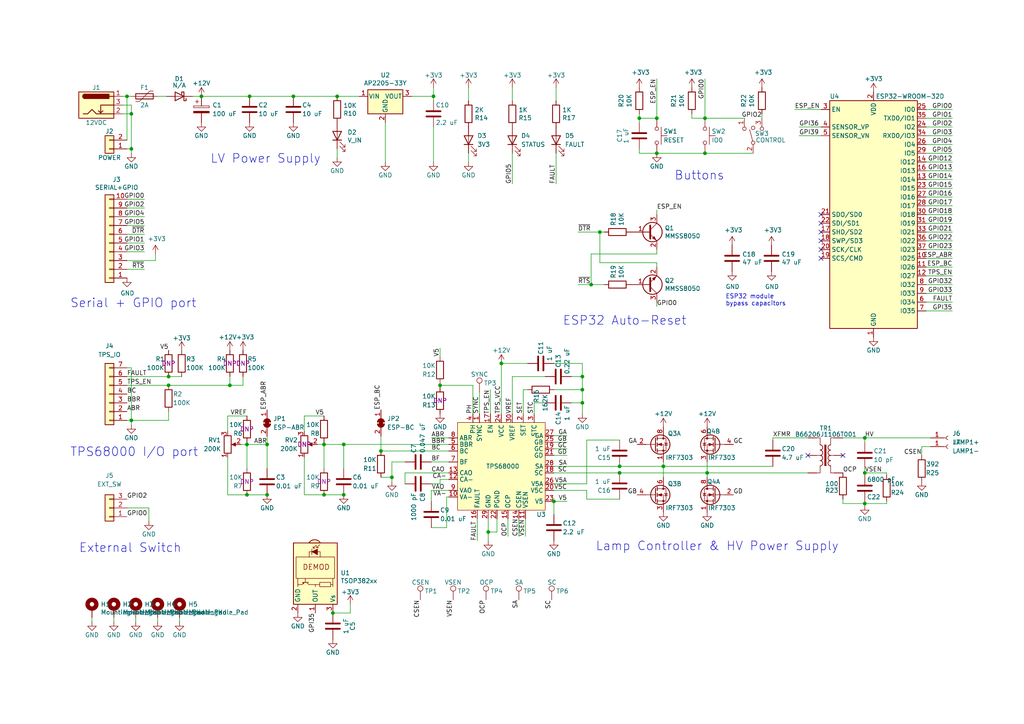
<source format=kicad_sch>
(kicad_sch (version 20211123) (generator eeschema)
  (paper "A4")
  (junction (at 141.605 154.305))
  (junction (at 48.895 111.76))
  (junction (at 38.1 121.92))
  (junction (at 97.79 27.94))
  (junction (at 168.91 113.03))
  (junction (at 110.49 130.81))
  (junction (at 66.675 111.76))
  (junction (at 99.695 128.905))
  (junction (at 168.91 109.22))
  (junction (at 192.405 135.255))
  (junction (at 179.705 135.255))
  (junction (at 38.1 33.02))
  (junction (at 160.655 145.415))
  (junction (at 190.5 44.45))
  (junction (at 77.47 143.5244))
  (junction (at 72.39 27.94))
  (junction (at 205.105 137.16))
  (junction (at 71.628 128.9194))
  (junction (at 250.825 146.05))
  (junction (at 85.09 27.94))
  (junction (at 96.54 177.7999))
  (junction (at 125.73 27.94))
  (junction (at 127.635 111.76))
  (junction (at 190.5 34.29))
  (junction (at 179.705 137.16))
  (junction (at 113.665 138.43))
  (junction (at 93.98 143.51))
  (junction (at 171.45 82.55))
  (junction (at 204.47 34.29))
  (junction (at 173.99 67.31))
  (junction (at 204.47 44.45))
  (junction (at 71.628 143.5244))
  (junction (at 77.47 128.9194))
  (junction (at 185.42 34.29))
  (junction (at 250.825 127))
  (junction (at 93.98 128.905))
  (junction (at 58.42 27.94))
  (junction (at 99.695 143.51))
  (junction (at 38.1 43.18))
  (junction (at 48.895 109.22))
  (junction (at 36.83 27.94))
  (junction (at 168.91 116.84))
  (junction (at 250.825 137.16))
  (junction (at 145.415 105.41))
  (no_connect (at 244.475 132.08))
  (no_connect (at 234.315 132.08))
  (no_connect (at 238.125 62.23))
  (no_connect (at 238.125 64.77))
  (no_connect (at 238.125 67.31))
  (no_connect (at 238.125 69.85))
  (no_connect (at 238.125 74.93))
  (no_connect (at 238.125 72.39))
  (wire (pts (xy 35.56 27.94) (xy 36.83 27.94)))
  (wire (pts (xy 93.98 143.51) (xy 88.265 143.51)))
  (wire (pts (xy 200.66 33.02) (xy 200.66 34.29)))
  (wire (pts (xy 161.29 25.4) (xy 161.29 29.21)))
  (wire (pts (xy 257.175 146.05) (xy 250.825 146.05)))
  (wire (pts (xy 33.02 180.34) (xy 33.02 179.07)))
  (wire (pts (xy 113.665 133.985) (xy 113.665 138.43)))
  (wire (pts (xy 138.43 150.495) (xy 138.43 156.845)))
  (wire (pts (xy 276.225 69.85) (xy 268.605 69.85)))
  (wire (pts (xy 35.56 33.02) (xy 38.1 33.02)))
  (wire (pts (xy 99.695 135.89) (xy 99.695 128.905)))
  (wire (pts (xy 36.83 75.565) (xy 45.085 75.565)))
  (wire (pts (xy 167.64 67.31) (xy 173.99 67.31)))
  (wire (pts (xy 36.83 62.865) (xy 41.91 62.865)))
  (wire (pts (xy 77.47 126.4972) (xy 77.47 128.9194)))
  (wire (pts (xy 26.67 180.34) (xy 26.67 179.07)))
  (wire (pts (xy 119.38 27.94) (xy 125.73 27.94)))
  (wire (pts (xy 99.695 128.905) (xy 93.98 128.905)))
  (wire (pts (xy 139.065 113.665) (xy 139.065 120.015)))
  (wire (pts (xy 93.98 120.65) (xy 88.265 120.65)))
  (wire (pts (xy 244.475 144.78) (xy 244.475 146.05)))
  (wire (pts (xy 190.5 22.86) (xy 190.5 34.29)))
  (wire (pts (xy 268.605 44.45) (xy 276.225 44.45)))
  (wire (pts (xy 185.42 44.45) (xy 185.42 43.18)))
  (wire (pts (xy 142.24 113.03) (xy 142.24 120.015)))
  (wire (pts (xy 190.5 60.96) (xy 190.5 62.23)))
  (wire (pts (xy 110.49 126.492) (xy 110.49 130.81)))
  (wire (pts (xy 154.94 116.84) (xy 154.94 120.015)))
  (wire (pts (xy 268.605 52.07) (xy 276.225 52.07)))
  (wire (pts (xy 45.72 27.94) (xy 48.26 27.94)))
  (wire (pts (xy 244.475 146.05) (xy 250.825 146.05)))
  (wire (pts (xy 268.605 90.17) (xy 276.225 90.17)))
  (wire (pts (xy 224.155 127) (xy 234.315 127)))
  (wire (pts (xy 250.825 137.16) (xy 250.825 137.795)))
  (wire (pts (xy 160.655 113.03) (xy 168.91 113.03)))
  (wire (pts (xy 144.145 154.305) (xy 141.605 154.305)))
  (wire (pts (xy 150.495 150.495) (xy 150.495 155.575)))
  (wire (pts (xy 190.5 73.66) (xy 171.45 73.66)))
  (wire (pts (xy 160.655 105.41) (xy 168.91 105.41)))
  (wire (pts (xy 268.605 67.31) (xy 276.225 67.31)))
  (wire (pts (xy 190.5 87.63) (xy 190.5 88.9)))
  (wire (pts (xy 173.99 67.31) (xy 175.26 67.31)))
  (wire (pts (xy 36.83 78.105) (xy 41.91 78.105)))
  (wire (pts (xy 170.18 140.335) (xy 170.18 127.635)))
  (wire (pts (xy 129.54 153.035) (xy 129.54 144.145)))
  (wire (pts (xy 160.655 132.08) (xy 164.465 132.08)))
  (wire (pts (xy 192.405 135.255) (xy 224.155 135.255)))
  (wire (pts (xy 72.39 27.94) (xy 85.09 27.94)))
  (wire (pts (xy 165.735 109.22) (xy 168.91 109.22)))
  (wire (pts (xy 160.655 126.365) (xy 164.465 126.365)))
  (wire (pts (xy 276.225 49.53) (xy 268.605 49.53)))
  (wire (pts (xy 276.225 85.09) (xy 268.605 85.09)))
  (wire (pts (xy 160.655 145.415) (xy 160.655 149.225)))
  (wire (pts (xy 71.628 143.5244) (xy 77.47 143.5244)))
  (wire (pts (xy 173.99 76.2) (xy 173.99 67.31)))
  (wire (pts (xy 110.49 130.81) (xy 130.175 130.81)))
  (wire (pts (xy 257.175 137.795) (xy 257.175 137.16)))
  (wire (pts (xy 190.5 77.47) (xy 190.5 76.2)))
  (wire (pts (xy 71.628 128.9194) (xy 71.628 135.9044)))
  (wire (pts (xy 190.5 44.45) (xy 185.42 44.45)))
  (wire (pts (xy 111.76 35.56) (xy 111.76 46.99)))
  (wire (pts (xy 192.405 135.255) (xy 192.405 138.43)))
  (wire (pts (xy 168.91 116.84) (xy 165.735 116.84)))
  (wire (pts (xy 204.47 22.86) (xy 204.47 34.29)))
  (wire (pts (xy 137.16 120.015) (xy 137.16 111.76)))
  (wire (pts (xy 276.225 64.77) (xy 268.605 64.77)))
  (wire (pts (xy 36.83 67.945) (xy 41.91 67.945)))
  (wire (pts (xy 85.09 27.94) (xy 97.79 27.94)))
  (wire (pts (xy 179.705 137.16) (xy 205.105 137.16)))
  (wire (pts (xy 205.105 133.985) (xy 205.105 137.16)))
  (wire (pts (xy 45.085 75.565) (xy 45.085 73.66)))
  (wire (pts (xy 38.1 121.92) (xy 38.1 123.19)))
  (wire (pts (xy 185.42 34.29) (xy 190.5 34.29)))
  (wire (pts (xy 148.59 44.45) (xy 148.59 53.34)))
  (wire (pts (xy 160.655 137.16) (xy 179.705 137.16)))
  (wire (pts (xy 148.59 120.015) (xy 148.59 109.22)))
  (wire (pts (xy 268.605 62.23) (xy 276.225 62.23)))
  (wire (pts (xy 268.605 31.75) (xy 276.225 31.75)))
  (wire (pts (xy 276.225 54.61) (xy 268.605 54.61)))
  (wire (pts (xy 48.895 109.22) (xy 52.705 109.22)))
  (wire (pts (xy 268.605 57.15) (xy 276.225 57.15)))
  (wire (pts (xy 69.85 128.9194) (xy 71.628 128.9194)))
  (wire (pts (xy 231.775 39.37) (xy 238.125 39.37)))
  (wire (pts (xy 158.115 116.84) (xy 154.94 116.84)))
  (wire (pts (xy 276.225 59.69) (xy 268.605 59.69)))
  (wire (pts (xy 170.18 144.78) (xy 179.705 144.78)))
  (wire (pts (xy 127.635 111.125) (xy 127.635 111.76)))
  (wire (pts (xy 77.47 128.9194) (xy 77.47 135.9044)))
  (wire (pts (xy 205.105 137.16) (xy 205.105 138.43)))
  (wire (pts (xy 113.665 133.985) (xy 117.475 133.985)))
  (wire (pts (xy 97.79 27.94) (xy 104.14 27.94)))
  (wire (pts (xy 151.765 113.03) (xy 153.035 113.03)))
  (wire (pts (xy 148.59 109.22) (xy 158.115 109.22)))
  (wire (pts (xy 110.49 138.43) (xy 113.665 138.43)))
  (wire (pts (xy 231.775 36.83) (xy 238.125 36.83)))
  (wire (pts (xy 268.605 46.99) (xy 276.225 46.99)))
  (wire (pts (xy 268.605 82.55) (xy 276.225 82.55)))
  (wire (pts (xy 276.225 34.29) (xy 268.605 34.29)))
  (wire (pts (xy 171.45 73.66) (xy 171.45 82.55)))
  (wire (pts (xy 55.88 27.94) (xy 58.42 27.94)))
  (wire (pts (xy 70.485 111.76) (xy 70.485 109.22)))
  (wire (pts (xy 160.655 128.27) (xy 164.465 128.27)))
  (wire (pts (xy 151.765 120.015) (xy 151.765 113.03)))
  (wire (pts (xy 39.37 180.34) (xy 39.37 179.07)))
  (wire (pts (xy 269.875 129.54) (xy 267.335 129.54)))
  (wire (pts (xy 66.675 111.76) (xy 70.485 111.76)))
  (wire (pts (xy 38.1 44.45) (xy 38.1 43.18)))
  (wire (pts (xy 88.265 143.51) (xy 88.265 132.715)))
  (wire (pts (xy 205.105 137.16) (xy 234.315 137.16)))
  (wire (pts (xy 125.095 140.335) (xy 127.635 140.335)))
  (wire (pts (xy 185.42 33.02) (xy 185.42 34.29)))
  (wire (pts (xy 117.475 137.16) (xy 117.475 140.335)))
  (wire (pts (xy 179.705 135.255) (xy 192.405 135.255)))
  (wire (pts (xy 130.175 142.24) (xy 125.095 142.24)))
  (wire (pts (xy 41.91 60.325) (xy 36.83 60.325)))
  (wire (pts (xy 250.825 127) (xy 250.825 128.27)))
  (wire (pts (xy 36.83 70.485) (xy 41.91 70.485)))
  (wire (pts (xy 127.635 111.76) (xy 127.635 112.395)))
  (wire (pts (xy 257.175 137.16) (xy 250.825 137.16)))
  (wire (pts (xy 36.83 109.22) (xy 48.895 109.22)))
  (wire (pts (xy 250.825 135.89) (xy 250.825 137.16)))
  (wire (pts (xy 36.83 111.76) (xy 48.895 111.76)))
  (wire (pts (xy 224.155 127) (xy 224.155 127.635)))
  (wire (pts (xy 43.18 147.32) (xy 43.18 151.13)))
  (wire (pts (xy 161.29 44.45) (xy 161.29 53.34)))
  (wire (pts (xy 141.605 150.495) (xy 141.605 154.305)))
  (wire (pts (xy 36.83 147.32) (xy 43.18 147.32)))
  (wire (pts (xy 250.825 145.415) (xy 250.825 146.05)))
  (wire (pts (xy 66.04 125.1094) (xy 66.04 120.65)))
  (wire (pts (xy 66.675 109.22) (xy 66.675 111.76)))
  (wire (pts (xy 125.095 133.985) (xy 130.175 133.985)))
  (wire (pts (xy 125.73 46.99) (xy 125.73 36.83)))
  (wire (pts (xy 230.505 31.75) (xy 238.125 31.75)))
  (wire (pts (xy 145.415 120.015) (xy 145.415 105.41)))
  (wire (pts (xy 141.605 154.305) (xy 141.605 156.845)))
  (wire (pts (xy 38.1 43.18) (xy 38.1 33.02)))
  (wire (pts (xy 36.83 27.94) (xy 36.83 40.64)))
  (wire (pts (xy 276.225 80.01) (xy 268.605 80.01)))
  (wire (pts (xy 148.59 25.4) (xy 148.59 29.21)))
  (wire (pts (xy 276.225 74.93) (xy 268.605 74.93)))
  (wire (pts (xy 125.73 29.21) (xy 125.73 27.94)))
  (wire (pts (xy 170.18 127.635) (xy 179.705 127.635)))
  (wire (pts (xy 170.18 142.24) (xy 170.18 144.78)))
  (wire (pts (xy 204.47 44.45) (xy 190.5 44.45)))
  (wire (pts (xy 36.83 57.785) (xy 41.91 57.785)))
  (wire (pts (xy 160.655 142.24) (xy 170.18 142.24)))
  (wire (pts (xy 125.095 127) (xy 130.175 127)))
  (wire (pts (xy 38.1 106.68) (xy 38.1 121.92)))
  (wire (pts (xy 276.225 39.37) (xy 268.605 39.37)))
  (wire (pts (xy 268.605 72.39) (xy 276.225 72.39)))
  (wire (pts (xy 268.605 77.47) (xy 276.225 77.47)))
  (wire (pts (xy 268.605 87.63) (xy 276.225 87.63)))
  (wire (pts (xy 38.1 33.02) (xy 38.1 30.48)))
  (wire (pts (xy 48.895 111.76) (xy 66.675 111.76)))
  (wire (pts (xy 147.32 150.495) (xy 147.32 155.575)))
  (wire (pts (xy 113.665 138.43) (xy 113.665 139.7)))
  (wire (pts (xy 45.72 180.34) (xy 45.72 179.07)))
  (wire (pts (xy 36.83 27.94) (xy 38.1 27.94)))
  (wire (pts (xy 93.98 128.905) (xy 93.98 135.89)))
  (wire (pts (xy 168.91 109.22) (xy 168.91 113.03)))
  (wire (pts (xy 92.075 128.905) (xy 93.98 128.905)))
  (wire (pts (xy 135.89 46.99) (xy 135.89 44.45)))
  (wire (pts (xy 127.635 100.965) (xy 127.635 103.505)))
  (wire (pts (xy 36.83 43.18) (xy 38.1 43.18)))
  (wire (pts (xy 160.655 135.255) (xy 179.705 135.255)))
  (wire (pts (xy 267.335 129.54) (xy 267.335 132.08)))
  (wire (pts (xy 35.56 30.48) (xy 38.1 30.48)))
  (wire (pts (xy 101.5999 177.7999) (xy 101.5999 175.26)))
  (wire (pts (xy 96.54 177.7999) (xy 101.5999 177.7999)))
  (wire (pts (xy 71.628 128.9194) (xy 77.47 128.9194)))
  (wire (pts (xy 48.895 121.92) (xy 38.1 121.92)))
  (wire (pts (xy 268.605 41.91) (xy 276.225 41.91)))
  (wire (pts (xy 125.73 25.4) (xy 125.73 27.94)))
  (wire (pts (xy 93.98 128.905) (xy 93.98 128.27)))
  (wire (pts (xy 204.47 34.29) (xy 215.9 34.29)))
  (wire (pts (xy 127.635 140.335) (xy 127.635 139.065)))
  (wire (pts (xy 168.91 120.015) (xy 168.91 116.84)))
  (wire (pts (xy 160.655 130.175) (xy 164.465 130.175)))
  (wire (pts (xy 99.695 128.905) (xy 130.175 128.905)))
  (wire (pts (xy 257.175 145.415) (xy 257.175 146.05)))
  (wire (pts (xy 185.42 34.29) (xy 185.42 35.56)))
  (wire (pts (xy 167.64 82.55) (xy 171.45 82.55)))
  (wire (pts (xy 127.635 139.065) (xy 130.175 139.065)))
  (wire (pts (xy 160.655 140.335) (xy 170.18 140.335)))
  (wire (pts (xy 160.655 145.415) (xy 164.465 145.415)))
  (wire (pts (xy 171.45 82.55) (xy 175.26 82.55)))
  (wire (pts (xy 129.54 144.145) (xy 130.175 144.145)))
  (wire (pts (xy 130.175 137.16) (xy 117.475 137.16)))
  (wire (pts (xy 220.98 33.02) (xy 220.98 34.29)))
  (wire (pts (xy 97.79 43.18) (xy 97.79 45.72)))
  (wire (pts (xy 250.825 146.05) (xy 250.825 146.685)))
  (wire (pts (xy 190.5 72.39) (xy 190.5 73.66)))
  (wire (pts (xy 200.66 34.29) (xy 204.47 34.29)))
  (wire (pts (xy 250.825 127) (xy 269.875 127)))
  (wire (pts (xy 152.4 150.495) (xy 152.4 155.575)))
  (wire (pts (xy 168.91 113.03) (xy 168.91 116.84)))
  (wire (pts (xy 52.07 180.34) (xy 52.07 179.07)))
  (wire (pts (xy 268.605 36.83) (xy 276.225 36.83)))
  (wire (pts (xy 192.405 133.985) (xy 192.405 135.255)))
  (wire (pts (xy 144.145 150.495) (xy 144.145 154.305)))
  (wire (pts (xy 125.095 142.24) (xy 125.095 145.415)))
  (wire (pts (xy 71.628 143.5244) (xy 66.04 143.5244)))
  (wire (pts (xy 58.42 27.94) (xy 72.39 27.94)))
  (wire (pts (xy 190.5 76.2) (xy 173.99 76.2)))
  (wire (pts (xy 218.44 44.45) (xy 204.47 44.45)))
  (wire (pts (xy 66.04 143.5244) (xy 66.04 132.7294)))
  (wire (pts (xy 41.91 73.025) (xy 36.83 73.025)))
  (wire (pts (xy 135.89 25.4) (xy 135.89 29.21)))
  (wire (pts (xy 41.91 65.405) (xy 36.83 65.405)))
  (wire (pts (xy 137.16 111.76) (xy 127.635 111.76)))
  (wire (pts (xy 66.04 120.65) (xy 71.628 120.65)))
  (wire (pts (xy 36.83 106.68) (xy 38.1 106.68)))
  (wire (pts (xy 71.628 128.9194) (xy 71.628 128.27)))
  (wire (pts (xy 145.415 105.41) (xy 153.035 105.41)))
  (wire (pts (xy 48.895 119.38) (xy 48.895 121.92)))
  (wire (pts (xy 125.095 153.035) (xy 129.54 153.035)))
  (wire (pts (xy 36.83 121.92) (xy 38.1 121.92)))
  (wire (pts (xy 88.265 120.65) (xy 88.265 125.095)))
  (wire (pts (xy 244.475 127) (xy 250.825 127)))
  (wire (pts (xy 93.98 143.51) (xy 99.695 143.51)))
  (wire (pts (xy 168.91 105.41) (xy 168.91 109.22)))
  (text "ESP32 module\nbypass capacitors" (at 210.439 88.9 0) (effects (font (size 1.27 1.27)) (justify left bottom)))
  (text "Lamp Controller & HV Power Supply" (at 172.72 160.02 0) (effects (font (size 2.54 2.54)) (justify left bottom)))
  (text "TPS68000 I/O port" (at 20.32 132.715 0) (effects (font (size 2.54 2.54)) (justify left bottom)))
  (text "Serial + GPIO port" (at 20.32 89.535 0) (effects (font (size 2.54 2.54)) (justify left bottom)))
  (text "ESP32 Auto-Reset" (at 163.195 94.615 0) (effects (font (size 2.54 2.54)) (justify left bottom)))
  (text "LV Power Supply" (at 60.96 47.625 0) (effects (font (size 2.54 2.54)) (justify left bottom)))
  (text "Buttons" (at 195.58 52.5043 0) (effects (font (size 2.54 2.54)) (justify left bottom)))
  (text "External Switch" (at 22.86 160.528 0) (effects (font (size 2.54 2.54)) (justify left bottom)))
  (label "GPIO5" (at 148.59 53.34 90))
  (label "GB" (at 164.465 128.27 180))
  (label "ESP_EN" (at 190.5 22.86 270))
  (label "GPIO5" (at 41.91 65.405 180))
  (label "BF" (at 125.095 133.985 0))
  (label "GPIO32" (at 276.225 82.55 180))
  (label "GPIO3" (at 276.225 39.37 180))
  (label "GA" (at 184.785 128.905 180))
  (label "SA" (at 164.465 135.255 180))
  (label "ESP_ABR" (at 276.225 74.93 180))
  (label "GPIO19" (at 276.225 64.77 180))
  (label "ESP_EN" (at 190.5 60.96 0))
  (label "BBR" (at 125.095 128.905 0))
  (label "ESP_ABR" (at 77.47 118.8772 90))
  (label "SC" (at 160.02 173.99 270))
  (label "OCP" (at 140.97 173.99 270))
  (label "GPIO0" (at 36.83 149.86 0))
  (label "GPIO0" (at 41.91 57.785 180))
  (label "FAULT" (at 276.225 87.63 180))
  (label "GC" (at 212.725 128.905 0))
  (label "GPIO17" (at 276.225 59.69 180))
  (label "GPIO1" (at 276.225 34.29 180))
  (label "VREF" (at 148.59 120.015 90))
  (label "CA-" (at 129.54 139.065 180))
  (label "GC" (at 164.465 130.175 180))
  (label "VSEN" (at 152.4 155.575 90))
  (label "CSEN" (at 121.92 173.99 270))
  (label "V5A" (at 164.465 140.335 180))
  (label "GPIO15" (at 276.225 54.61 180))
  (label "FAULT" (at 36.83 109.22 0))
  (label "ESP_EN" (at 230.505 31.75 0))
  (label "GA" (at 164.465 126.365 180))
  (label "GPIO33" (at 276.225 85.09 180))
  (label "BC" (at 36.83 114.3 0))
  (label "V5" (at 93.9799 120.65 180))
  (label "GPIO22" (at 276.225 69.85 180))
  (label "GPIO4" (at 276.225 41.91 180))
  (label "OCP" (at 244.475 137.16 0))
  (label "~{DTR}" (at 41.91 67.945 180))
  (label "FAULT" (at 138.43 156.845 90))
  (label "ABR" (at 125.095 127 0))
  (label "STC" (at 154.94 120.015 90))
  (label "GPI35" (at 276.225 90.17 180))
  (label "ESP_BC" (at 110.49 118.872 90))
  (label "CSEN" (at 267.335 132.08 180))
  (label "ESP_BC" (at 276.225 77.47 180))
  (label "GPI36" (at 231.775 36.83 0))
  (label "GPIO0" (at 276.225 31.75 180))
  (label "V5" (at 127.635 100.965 270))
  (label "GPIO2" (at 220.98 34.29 180))
  (label "GD" (at 164.465 132.08 180))
  (label "GD" (at 212.725 143.51 0))
  (label "GPIO0" (at 204.47 22.86 270))
  (label "VSEN" (at 131.445 173.99 270))
  (label "GPIO2" (at 276.225 36.83 180))
  (label "CAO" (at 125.095 137.16 0))
  (label "SYNC" (at 139.065 120.015 90))
  (label "ABR" (at 36.83 119.38 0))
  (label "PH" (at 137.16 120.015 90))
  (label "XFMR" (at 224.155 127 0))
  (label "GPIO18" (at 276.225 62.23 180))
  (label "GPIO1" (at 41.91 70.485 180))
  (label "SET" (at 151.765 120.015 90))
  (label "GPIO14" (at 276.225 52.07 180))
  (label "CSEN" (at 150.495 155.575 90))
  (label "FAULT" (at 161.29 53.34 90))
  (label "VAO" (at 128.905 142.24 180))
  (label "V5" (at 164.465 145.415 180))
  (label "VA-" (at 129.54 144.145 180))
  (label "GPIO16" (at 276.225 57.15 180))
  (label "TPS_EN" (at 276.225 80.01 180))
  (label "GPIO5" (at 276.225 44.45 180))
  (label "GPIO4" (at 41.91 62.865 180))
  (label "GB" (at 184.785 143.51 180))
  (label "V5" (at 48.895 101.6 180))
  (label "GPIO2" (at 36.83 144.78 0))
  (label "GPIO2" (at 41.91 60.325 180))
  (label "GPIO23" (at 276.225 72.39 180))
  (label "BC" (at 125.095 130.81 0))
  (label "TPS_VCC" (at 145.415 120.015 90))
  (label "TPS_EN" (at 142.24 113.03 270))
  (label "~{RTS}" (at 167.64 82.55 0))
  (label "ABR" (at 77.47 128.9194 180))
  (label "GPIO12" (at 276.225 46.99 180))
  (label "~{DTR}" (at 167.64 67.31 0))
  (label "GPIO21" (at 276.225 67.31 180))
  (label "GPIO13" (at 276.225 49.53 180))
  (label "V5C" (at 164.465 142.24 180))
  (label "HV" (at 250.825 127 0))
  (label "GPIO0" (at 190.5 88.9 0))
  (label "TPS_EN" (at 36.83 111.76 0))
  (label "GPI35" (at 91.46 177.7999 270))
  (label "GPIO3" (at 41.91 73.025 180))
  (label "GPI39" (at 231.775 39.37 0))
  (label "SC" (at 164.465 137.16 180))
  (label "BBR" (at 36.83 116.84 0))
  (label "~{RTS}" (at 41.91 78.105 180))
  (label "VREF" (at 71.628 120.65 180))
  (label "VSEN" (at 250.825 137.16 0))
  (label "OCP" (at 147.32 155.575 90))
  (label "SA" (at 150.495 173.99 270))
  (symbol (lib_id "Device:R") (at 267.335 135.89 180) (unit 1)
    (property "Reference" "R25" (at 272.415 137.16 0) (effects (justify left)))
    (property "Value" "392" (at 272.415 134.62 0) (effects (justify left)))
    (property "Footprint" "Resistor_SMD:R_0805_2012Metric" (effects hide))
    (property "MPN1" "RC0805FR-07392RL" (effects hide))
  )
  (symbol (lib_id "power:GND") (at 168.91 120.015 0) (unit 1)
    (property "Reference" "#PWR036" (effects hide))
    (property "Value" "GND" (at 168.91 123.825 0))
  )
  (symbol (lib_id "power:GND") (at 223.774 78.74 0) (unit 1)
    (property "Reference" "#PWR048" (effects hide))
    (property "Value" "GND" (at 223.901 83.1342 0))
  )
  (symbol (lib_id "power:+3.3V") (at 70.485 101.6 0) (unit 1)
    (property "Reference" "#PWR015" (effects hide))
    (property "Value" "+3.3V" (at 71.12 97.79 0))
  )
  (symbol (lib_id "Interface_Optical:TSOP382xx") (at 91.46 167.6399 270) (unit 1)
    (property "Reference" "U1" (at 98.7752 166.1667 90) (effects (justify left)))
    (property "Value" "TSOP382xx" (at 98.7752 168.4781 90) (effects (justify left)))
    (property "Footprint" "OptoDevice:Vishay_MINICAST-3Pin" (effects hide))
    (property "Datasheet" "http://www.vishay.com/docs/82491/tsop382.pdf" (effects hide))
    (property "MPN1" "TSOP38238" (effects hide))
  )
  (symbol (lib_id "Connector_Generic:Conn_01x07") (at 31.75 114.3 180) (unit 1)
    (property "Reference" "J4" (at 31.75 100.33 0))
    (property "Value" "TPS_IO" (at 31.75 102.87 0))
    (property "Footprint" "Connector_PinSocket_2.54mm:PinSocket_1x07_P2.54mm_Vertical" (effects hide))
  )
  (symbol (lib_id "Device:R") (at 244.475 140.97 180) (unit 1)
    (property "Reference" "R23" (at 243.205 142.24 0) (effects (justify left)))
    (property "Value" "100" (at 243.205 140.335 0) (effects (justify left)))
    (property "Footprint" "Resistor_SMD:R_0805_2012Metric" (effects hide))
    (property "MPN1" "RC0805FR-07100RL" (effects hide))
  )
  (symbol (lib_id "power:GND") (at 212.344 78.74 0) (unit 1)
    (property "Reference" "#PWR045" (effects hide))
    (property "Value" "GND" (at 212.471 83.1342 0))
  )
  (symbol (lib_id "Device:R") (at 161.29 33.02 0) (mirror y) (unit 1)
    (property "Reference" "R17" (at 163.068 34.1884 0) (effects (justify right)))
    (property "Value" "1K" (at 163.068 31.877 0) (effects (justify right)))
    (property "Footprint" "Resistor_SMD:R_0805_2012Metric" (effects hide))
    (property "MPN1" "RC0805FR-071KL" (effects hide))
  )
  (symbol (lib_id "Mechanical:MountingHole_Pad") (at 52.07 176.53 0) (unit 1)
    (property "Reference" "H5" (at 54.61 175.2854 0) (effects (justify left)))
    (property "Value" "MountingHole_Pad" (at 54.61 177.5968 0) (effects (justify left)))
    (property "Footprint" "MountingHole:MountingHole_3.2mm_M3_Pad_Via" (effects hide))
  )
  (symbol (lib_id "Device:C") (at 223.774 74.93 0) (unit 1)
    (property "Reference" "C19" (at 226.695 73.7616 0) (effects (justify left)))
    (property "Value" "47 uF" (at 226.695 76.073 0) (effects (justify left)))
    (property "Footprint" "Capacitor_SMD:C_0805_2012Metric" (effects hide))
    (property "MPN1" "GRM21BR60J476ME15L" (effects hide))
  )
  (symbol (lib_id "power:GND") (at 58.42 35.56 0) (unit 1)
    (property "Reference" "#PWR013" (effects hide))
    (property "Value" "GND" (at 58.42 39.37 0))
  )
  (symbol (lib_id "Device:LED") (at 161.29 40.64 90) (unit 1)
    (property "Reference" "D5" (at 163.83 39.37 90) (effects (justify right)))
    (property "Value" "FAULT" (at 163.83 41.91 90) (effects (justify right)))
    (property "Footprint" "LED_SMD:LED_0805_2012Metric" (effects hide))
    (property "MPN1" "APT2012EC" (effects hide))
  )
  (symbol (lib_id "power:GND") (at 26.67 180.34 0) (unit 1)
    (property "Reference" "#PWR01" (effects hide))
    (property "Value" "GND" (at 26.67 184.15 0))
  )
  (symbol (lib_id "power:+3V3") (at 253.365 26.67 0) (unit 1)
    (property "Reference" "#PWR050" (effects hide))
    (property "Value" "+3V3" (at 253.365 22.86 0))
  )
  (symbol (lib_id "power:GND") (at 125.73 46.99 0) (unit 1)
    (property "Reference" "#PWR027" (effects hide))
    (property "Value" "GND" (at 125.73 50.8 0))
  )
  (symbol (lib_id "power:+12V") (at 145.415 105.41 0) (unit 1)
    (property "Reference" "#PWR032" (effects hide))
    (property "Value" "+12V" (at 145.415 101.6 0))
  )
  (symbol (lib_id "Device:C") (at 96.54 181.6099 180) (unit 1)
    (property "Reference" "C5" (at 102.255 181.6099 90))
    (property "Value" "1 uF" (at 100.35 181.6099 90))
    (property "Footprint" "Capacitor_SMD:C_0805_2012Metric" (effects hide))
    (property "MPN1" "C2012X5R1E105M125AA" (effects hide))
  )
  (symbol (lib_id "power:GND") (at 113.665 139.7 0) (unit 1)
    (property "Reference" "#PWR025" (effects hide))
    (property "Value" "GND" (at 113.665 143.51 0))
  )
  (symbol (lib_id "Device:R") (at 179.07 67.31 270) (unit 1)
    (property "Reference" "R18" (at 177.9016 65.532 0) (effects (justify right)))
    (property "Value" "10K" (at 180.213 65.532 0) (effects (justify right)))
    (property "Footprint" "Resistor_SMD:R_0805_2012Metric" (effects hide))
    (property "MPN1" "RC0805FR-0710KL" (effects hide))
  )
  (symbol (lib_id "Device:R_Potentiometer") (at 88.265 128.905 0) (mirror x) (unit 1)
    (property "Reference" "RV2" (at 86.36 127.6349 0) (effects (justify right)))
    (property "Value" "200K" (at 86.36 130.1749 0) (effects (justify right)))
    (property "Footprint" "Potentiometer_THT:Potentiometer_Bourns_3266W_Vertical" (effects hide))
    (property "MPN1" "3266W-1-204LF" (effects hide))
    (property "Population" "DNP" (at 88.265 128.905 0))
  )
  (symbol (lib_id "power:+3.3V") (at 185.42 25.4 0) (unit 1)
    (property "Reference" "#PWR037" (effects hide))
    (property "Value" "+3.3V" (at 185.801 21.0058 0))
  )
  (symbol (lib_id "Device:LED") (at 135.89 40.64 90) (unit 1)
    (property "Reference" "D3" (at 138.43 39.37 90) (effects (justify right)))
    (property "Value" "3V3" (at 138.43 41.91 90) (effects (justify right)))
    (property "Footprint" "LED_SMD:LED_0805_2012Metric" (effects hide))
    (property "MPN1" "LSM0805543V" (effects hide))
  )
  (symbol (lib_id "Device:C") (at 179.705 140.97 180) (unit 1)
    (property "Reference" "C16" (at 177.165 142.24 0) (effects (justify left)))
    (property "Value" "1 uF" (at 177.165 139.7 0) (effects (justify left)))
    (property "Footprint" "Capacitor_SMD:C_0805_2012Metric" (effects hide))
    (property "MPN1" "C2012X5R1E105M125AA" (effects hide))
  )
  (symbol (lib_id "Switch:SW_Push") (at 190.5 39.37 270) (unit 1)
    (property "Reference" "SW1" (at 192.405 38.1 90) (effects (justify left)))
    (property "Value" "RESET" (at 192.405 40.64 90) (effects (justify left)))
    (property "Footprint" "Button_Switch_SMD:SW_Push_1P1T_NO_CK_KMR2" (effects hide))
    (property "MPN1" "KMR221GLFS" (effects hide))
  )
  (symbol (lib_id "RF_Module:ESP32-WROOM-32D") (at 253.365 62.23 0) (unit 1)
    (property "Reference" "U4" (at 240.665 27.94 0) (effects (justify left)))
    (property "Value" "ESP32-WROOM-32D" (at 254 27.94 0) (effects (justify left)))
    (property "Footprint" "RF_Module:ESP32-WROOM-32" (effects hide))
    (property "Datasheet" "https://www.espressif.com/sites/default/files/documentation/esp32-wroom-32d_esp32-wroom-32u_datasheet_en.pdf" (effects hide))
    (property "MPN1" "ESP32-WROOM-32D" (effects hide))
  )
  (symbol (lib_id "Device:C") (at 125.73 33.02 0) (unit 1)
    (property "Reference" "C10" (at 126.365 30.48 0) (effects (justify left)))
    (property "Value" "2.2 uF" (at 126.365 35.56 0) (effects (justify left)))
    (property "Footprint" "Capacitor_SMD:C_0805_2012Metric" (effects hide))
    (property "MPN1" "C2012X5R1E225M125AC" (effects hide))
  )
  (symbol (lib_id "Mechanical:MountingHole_Pad") (at 39.37 176.53 0) (unit 1)
    (property "Reference" "H3" (at 41.91 175.2854 0) (effects (justify left)))
    (property "Value" "MountingHole_Pad" (at 41.91 177.5968 0) (effects (justify left)))
    (property "Footprint" "MountingHole:MountingHole_3.2mm_M3_Pad_Via" (effects hide))
  )
  (symbol (lib_id "Device:R") (at 135.89 33.02 0) (mirror y) (unit 1)
    (property "Reference" "R14" (at 137.668 34.1884 0) (effects (justify right)))
    (property "Value" "2K" (at 137.668 31.877 0) (effects (justify right)))
    (property "Footprint" "Resistor_SMD:R_0805_2012Metric" (effects hide))
    (property "MPN1" "RC0805FR-072KL" (effects hide))
  )
  (symbol (lib_id "power:+12V") (at 66.675 101.6 0) (unit 1)
    (property "Reference" "#PWR014" (effects hide))
    (property "Value" "+12V" (at 66.04 97.79 0))
  )
  (symbol (lib_id "Connector:Conn_01x01_Female") (at 274.955 129.54 0) (unit 1)
    (property "Reference" "J7" (at 276.225 128.2699 0) (effects (justify left)))
    (property "Value" "LAMP1-" (at 276.225 130.8099 0) (effects (justify left)))
    (property "Footprint" "SmartNeonPSU:SpringContact_9.9mm_5mm" (effects hide))
  )
  (symbol (lib_id "power:+3.3V") (at 101.5999 175.26 0) (unit 1)
    (property "Reference" "#PWR023" (effects hide))
    (property "Value" "+3.3V" (at 101.5999 171.704 0))
  )
  (symbol (lib_id "power:GND") (at 77.47 143.5244 0) (unit 1)
    (property "Reference" "#PWR017" (effects hide))
    (property "Value" "GND" (at 77.47 147.3344 0))
  )
  (symbol (lib_id "power:+12V") (at 205.105 123.825 0) (unit 1)
    (property "Reference" "#PWR042" (effects hide))
    (property "Value" "+12V" (at 205.105 120.015 0))
  )
  (symbol (lib_id "ClimateSprinklerController:MMSS8050") (at 187.96 82.55 0) (mirror x) (unit 1)
    (property "Reference" "Q2" (at 192.786 81.3816 0) (effects (justify left)))
    (property "Value" "MMSS8050" (at 192.786 83.693 0) (effects (justify left)))
    (property "Footprint" "Package_TO_SOT_SMD:SOT-23" (effects hide))
    (property "Datasheet" "https://www.mccsemi.com/pdf/Products/MMSS8050(SOT-23).pdf" (effects hide))
    (property "MPN1" "MMSS8050" (effects hide))
  )
  (symbol (lib_id "Device:C") (at 156.845 105.41 90) (unit 1)
    (property "Reference" "C11" (at 156.845 102.87 0) (effects (justify left)))
    (property "Value" "1 uF" (at 159.385 104.775 0) (effects (justify left)))
    (property "Footprint" "Capacitor_SMD:C_0805_2012Metric" (effects hide))
    (property "MPN1" "C2012X5R1E105M125AA" (effects hide))
  )
  (symbol (lib_id "Connector:Barrel_Jack_Switch") (at 27.94 30.48 0) (unit 1)
    (property "Reference" "J1" (at 27.94 25.4 0))
    (property "Value" "12VDC" (at 27.94 35.56 0))
    (property "Footprint" "Connector_BarrelJack:BarrelJack_Horizontal" (effects hide))
  )
  (symbol (lib_id "power:GND") (at 267.335 139.7 0) (unit 1)
    (property "Reference" "#PWR052" (effects hide))
    (property "Value" "GND" (at 267.335 143.51 0))
  )
  (symbol (lib_id "power:GND") (at 141.605 156.845 0) (unit 1)
    (property "Reference" "#PWR031" (effects hide))
    (property "Value" "GND" (at 141.605 160.655 0))
  )
  (symbol (lib_id "ClimateSprinklerController:MMSS8050") (at 187.96 67.31 0) (unit 1)
    (property "Reference" "Q1" (at 192.786 66.1416 0) (effects (justify left)))
    (property "Value" "MMSS8050" (at 192.786 68.453 0) (effects (justify left)))
    (property "Footprint" "Package_TO_SOT_SMD:SOT-23" (effects hide))
    (property "Datasheet" "https://www.mccsemi.com/pdf/Products/MMSS8050(SOT-23).pdf" (effects hide))
    (property "MPN1" "MMSS8050" (effects hide))
  )
  (symbol (lib_id "Device:C") (at 77.47 139.7144 0) (unit 1)
    (property "Reference" "C3" (at 80.01 138.4444 0) (effects (justify left)))
    (property "Value" "0.01 uF" (at 80.01 140.9844 0) (effects (justify left)))
    (property "Footprint" "Capacitor_SMD:C_0805_2012Metric" (effects hide))
    (property "MPN1" "CC0805JRX7R8BB103" (effects hide))
  )
  (symbol (lib_id "Device:R") (at 66.675 105.41 0) (unit 1)
    (property "Reference" "R4" (at 62.865 104.14 0) (effects (justify left)))
    (property "Value" "100K" (at 60.325 106.68 0) (effects (justify left)))
    (property "Footprint" "Resistor_SMD:R_0805_2012Metric" (effects hide))
    (property "MPN1" "RC0805FR-07100KL" (effects hide))
    (property "Population" "DNP" (at 66.675 105.41 0))
  )
  (symbol (lib_id "power:+3.3V") (at 148.59 25.4 0) (unit 1)
    (property "Reference" "#PWR033" (effects hide))
    (property "Value" "+3.3V" (at 148.59 21.844 0))
  )
  (symbol (lib_id "Device:C") (at 185.42 39.37 0) (unit 1)
    (property "Reference" "C17" (at 179.705 39.37 90))
    (property "Value" "1 uF" (at 181.61 39.37 90))
    (property "Footprint" "Capacitor_SMD:C_0805_2012Metric" (effects hide))
    (property "MPN1" "C2012X5R1E105M125AA" (effects hide))
  )
  (symbol (lib_id "power:GND") (at 99.695 143.51 0) (unit 1)
    (property "Reference" "#PWR022" (effects hide))
    (property "Value" "GND" (at 99.695 147.32 0))
  )
  (symbol (lib_id "Regulator_Linear:AP2204R-3.3") (at 111.76 27.94 0) (unit 1)
    (property "Reference" "U2" (at 111.76 21.7932 0))
    (property "Value" "AP2205-33Y" (at 111.76 24.1046 0))
    (property "Footprint" "Package_TO_SOT_SMD:SOT-89-3" (effects hide))
    (property "Datasheet" "https://www.diodes.com/assets/Datasheets/AP2205.pdf" (effects hide))
    (property "MPN1" "AP2205-33Y" (effects hide))
  )
  (symbol (lib_id "Device:C") (at 250.825 132.08 0) (unit 1)
    (property "Reference" "C21" (at 253.365 130.81 0) (effects (justify left)))
    (property "Value" "10 pF" (at 253.365 133.35 0) (effects (justify left)))
    (property "Footprint" "Capacitor_SMD:C_1808_4520Metric_Slot" (effects hide))
    (property "MPN1" "C4520C0G3F100F" (effects hide))
  )
  (symbol (lib_id "Device:C") (at 160.655 153.035 0) (unit 1)
    (property "Reference" "C12" (at 163.195 151.765 0) (effects (justify left)))
    (property "Value" "2.2 uF" (at 163.195 154.305 0) (effects (justify left)))
    (property "Footprint" "Capacitor_SMD:C_0805_2012Metric" (effects hide))
    (property "MPN1" "C2012X5R1E225M125AC" (effects hide))
  )
  (symbol (lib_id "Mechanical:MountingHole_Pad") (at 33.02 176.53 0) (unit 1)
    (property "Reference" "H2" (at 35.56 175.2854 0) (effects (justify left)))
    (property "Value" "MountingHole_Pad" (at 35.56 177.5968 0) (effects (justify left)))
    (property "Footprint" "MountingHole:MountingHole_3.2mm_M3_Pad_Via" (effects hide))
  )
  (symbol (lib_id "power:GND") (at 160.655 156.845 0) (unit 1)
    (property "Reference" "#PWR034" (effects hide))
    (property "Value" "GND" (at 160.655 160.655 0))
  )
  (symbol (lib_id "power:+3V3") (at 45.085 73.66 0) (unit 1)
    (property "Reference" "#PWR08" (effects hide))
    (property "Value" "+3V3" (at 45.466 69.2658 0))
  )
  (symbol (lib_id "Device:C") (at 250.825 141.605 0) (unit 1)
    (property "Reference" "C22" (at 251.46 144.145 0) (effects (justify left)))
    (property "Value" "6800 pF" (at 251.46 139.065 0) (effects (justify left)))
    (property "Footprint" "Capacitor_SMD:C_0805_2012Metric" (effects hide))
    (property "MPN1" "CC0805KRX7R9BB682" (effects hide))
  )
  (symbol (lib_id "power:+12V") (at 58.42 27.94 0) (unit 1)
    (property "Reference" "#PWR012" (effects hide))
    (property "Value" "+12V" (at 58.42 24.13 0))
  )
  (symbol (lib_id "power:GND") (at 45.72 180.34 0) (unit 1)
    (property "Reference" "#PWR09" (effects hide))
    (property "Value" "GND" (at 45.72 184.15 0))
  )
  (symbol (lib_id "power:GND") (at 96.54 185.4199 0) (unit 1)
    (property "Reference" "#PWR020" (effects hide))
    (property "Value" "GND" (at 96.54 189.2299 0))
  )
  (symbol (lib_id "Jumper:SolderJumper_2_Bridged") (at 110.49 122.682 270) (unit 1)
    (property "Reference" "JP2" (at 112.268 121.4119 90) (effects (justify left)))
    (property "Value" "ESP-BC" (at 112.268 123.9519 90) (effects (justify left)))
    (property "Footprint" "Jumper:SolderJumper-2_P1.3mm_Bridged_RoundedPad1.0x1.5mm" (effects hide))
  )
  (symbol (lib_id "NeonDimmablePSU:IRF7303") (at 189.865 143.51 0) (unit 2)
    (property "Reference" "Q3" (at 193.675 140.335 0) (effects (justify left)))
    (property "Value" "IRF7303" (at 193.04 147.32 0) (effects (justify left)))
    (property "Footprint" "Package_SO:SOIC-8_3.9x4.9mm_P1.27mm" (effects hide))
    (property "Datasheet" "https://www.infineon.com/dgdl/irf7303pbf.pdf?fileId=5546d462533600a4015355f1c70a1afc" (effects hide))
    (property "MPN1" "IRF7303TRPBF" (effects hide))
  )
  (symbol (lib_id "Device:LED") (at 148.59 40.64 90) (unit 1)
    (property "Reference" "D4" (at 151.13 39.37 90) (effects (justify right)))
    (property "Value" "STATUS" (at 151.13 41.91 90) (effects (justify right)))
    (property "Footprint" "LED_SMD:LED_0805_2012Metric" (effects hide))
    (property "MPN1" "APT2012EC" (effects hide))
  )
  (symbol (lib_id "Device:R") (at 127.635 107.315 180) (unit 1)
    (property "Reference" "R12" (at 126.365 108.585 0) (effects (justify left)))
    (property "Value" "10K" (at 126.365 106.045 0) (effects (justify left)))
    (property "Footprint" "Resistor_SMD:R_0805_2012Metric" (effects hide))
    (property "MPN1" "RC0805FR-0710KL" (effects hide))
  )
  (symbol (lib_id "Device:C") (at 121.285 133.985 90) (unit 1)
    (property "Reference" "C7" (at 120.015 131.445 0) (effects (justify left)))
    (property "Value" "0.047 uF" (at 122.555 131.445 0) (effects (justify left)))
    (property "Footprint" "Capacitor_SMD:C_0805_2012Metric" (effects hide))
    (property "MPN1" "CC0805JRX7R9BB473" (effects hide))
  )
  (symbol (lib_id "Device:R") (at 257.175 141.605 180) (unit 1)
    (property "Reference" "R24" (at 262.255 142.875 0) (effects (justify left)))
    (property "Value" "10K" (at 262.255 140.335 0) (effects (justify left)))
    (property "Footprint" "Resistor_SMD:R_0805_2012Metric" (effects hide))
    (property "MPN1" "RC0805FR-0710KL" (effects hide))
  )
  (symbol (lib_id "power:GND") (at 205.105 148.59 0) (unit 1)
    (property "Reference" "#PWR043" (effects hide))
    (property "Value" "GND" (at 205.105 152.4 0))
  )
  (symbol (lib_id "Device:C") (at 121.285 140.335 270) (unit 1)
    (property "Reference" "C8" (at 122.555 142.875 0) (effects (justify left)))
    (property "Value" "1000 pF" (at 120.015 142.875 0) (effects (justify left)))
    (property "Footprint" "Capacitor_SMD:C_0805_2012Metric" (effects hide))
    (property "MPN1" "CC0805KRX7R9BB102" (effects hide))
  )
  (symbol (lib_id "power:+3.3V") (at 135.89 25.4 0) (unit 1)
    (property "Reference" "#PWR029" (effects hide))
    (property "Value" "+3.3V" (at 135.89 21.844 0))
  )
  (symbol (lib_id "power:GND") (at 72.39 35.56 0) (unit 1)
    (property "Reference" "#PWR016" (effects hide))
    (property "Value" "GND" (at 72.39 39.37 0))
  )
  (symbol (lib_id "Device:C") (at 179.705 131.445 180) (unit 1)
    (property "Reference" "C15" (at 177.165 132.715 0) (effects (justify left)))
    (property "Value" "1 uF" (at 177.165 130.175 0) (effects (justify left)))
    (property "Footprint" "Capacitor_SMD:C_0805_2012Metric" (effects hide))
    (property "MPN1" "C2012X5R1E105M125AA" (effects hide))
  )
  (symbol (lib_id "Device:C") (at 125.095 149.225 0) (unit 1)
    (property "Reference" "C9" (at 127.635 147.955 0) (effects (justify left)))
    (property "Value" "0.01 uF" (at 127.635 150.495 0) (effects (justify left)))
    (property "Footprint" "Capacitor_SMD:C_0805_2012Metric" (effects hide))
    (property "MPN1" "CC0805JRX7R8BB103" (effects hide))
  )
  (symbol (lib_id "Mechanical:MountingHole_Pad") (at 45.72 176.53 0) (unit 1)
    (property "Reference" "H4" (at 48.26 175.2854 0) (effects (justify left)))
    (property "Value" "MountingHole_Pad" (at 48.26 177.5968 0) (effects (justify left)))
    (property "Footprint" "MountingHole:MountingHole_3.2mm_M3_Pad_Via" (effects hide))
  )
  (symbol (lib_id "power:GND") (at 97.79 45.72 0) (unit 1)
    (property "Reference" "#PWR021" (effects hide))
    (property "Value" "GND" (at 97.79 49.53 0))
  )
  (symbol (lib_id "Device:C_Polarized") (at 58.42 31.75 0) (unit 1)
    (property "Reference" "C1" (at 61.595 30.48 0) (effects (justify left)))
    (property "Value" "100 uF" (at 61.595 33.02 0) (effects (justify left)))
    (property "Footprint" "Capacitor_SMD:CP_Elec_8x6.9" (effects hide))
    (property "MPN1" "25SVF100M" (effects hide))
  )
  (symbol (lib_id "Device:R") (at 48.895 115.57 0) (unit 1)
    (property "Reference" "R2" (at 50.165 114.3 0) (effects (justify left)))
    (property "Value" "100K" (at 50.165 116.84 0) (effects (justify left)))
    (property "Footprint" "Resistor_SMD:R_0805_2012Metric" (effects hide))
    (property "MPN1" "RC0805FR-07100KL" (effects hide))
  )
  (symbol (lib_id "power:+3.3V") (at 223.774 71.12 0) (unit 1)
    (property "Reference" "#PWR047" (effects hide))
    (property "Value" "+3.3V" (at 224.155 66.7258 0))
  )
  (symbol (lib_id "power:GND") (at 36.83 80.645 0) (unit 1)
    (property "Reference" "#PWR03" (effects hide))
    (property "Value" "GND" (at 36.957 85.0392 0))
  )
  (symbol (lib_id "power:GND") (at 33.02 180.34 0) (unit 1)
    (property "Reference" "#PWR02" (effects hide))
    (property "Value" "GND" (at 33.02 184.15 0))
  )
  (symbol (lib_id "Device:C") (at 85.09 31.75 0) (unit 1)
    (property "Reference" "C4" (at 87.63 30.48 0) (effects (justify left)))
    (property "Value" "10 uF" (at 87.63 33.02 0) (effects (justify left)))
    (property "Footprint" "Capacitor_SMD:C_0805_2012Metric" (effects hide))
    (property "MPN1" "C2012X5R1V106K085AC" (effects hide))
  )
  (symbol (lib_id "power:GND") (at 135.89 46.99 0) (unit 1)
    (property "Reference" "#PWR030" (effects hide))
    (property "Value" "GND" (at 135.89 50.8 0))
  )
  (symbol (lib_id "SmartNeonPSU:TPS68000") (at 145.415 135.255 0) (unit 1)
    (property "Reference" "U3" (at 155.575 149.225 0) (effects (justify left)))
    (property "Value" "TPS68000" (at 140.97 135.255 0) (effects (justify left)))
    (property "Footprint" "Package_SO:TSSOP-30_4.4x7.8mm_P0.5mm" (effects hide))
    (property "MPN1" "TPS68000DBT" (effects hide))
  )
  (symbol (lib_id "Device:R") (at 97.79 31.75 0) (mirror y) (unit 1)
    (property "Reference" "R10" (at 99.568 32.9184 0) (effects (justify right)))
    (property "Value" "10K" (at 99.568 30.607 0) (effects (justify right)))
    (property "Footprint" "Resistor_SMD:R_0805_2012Metric" (effects hide))
    (property "MPN1" "RC0805FR-0710KL" (effects hide))
  )
  (symbol (lib_id "Connector:TestPoint") (at 150.495 173.99 0) (unit 1)
    (property "Reference" "TP5" (at 151.765 171.45 0) (effects (justify left)))
    (property "Value" "SA" (at 149.225 168.91 0) (effects (justify left)))
    (property "Footprint" "TestPoint:TestPoint_Pad_D1.0mm" (effects hide))
  )
  (symbol (lib_id "Device:R") (at 93.98 139.7 180) (unit 1)
    (property "Reference" "R9" (at 92.71 140.97 0) (effects (justify left)))
    (property "Value" "10K" (at 92.71 138.43 0) (effects (justify left)))
    (property "Footprint" "Resistor_SMD:R_0805_2012Metric" (effects hide))
    (property "MPN1" "RC0805FR-0710KL" (effects hide))
    (property "Population" "DNP" (at 93.98 139.7 0))
  )
  (symbol (lib_id "Device:C") (at 161.925 116.84 270) (unit 1)
    (property "Reference" "C14" (at 161.925 119.38 0) (effects (justify left)))
    (property "Value" "1 uF" (at 164.465 117.475 0) (effects (justify left)))
    (property "Footprint" "Capacitor_SMD:C_0805_2012Metric" (effects hide))
    (property "MPN1" "C2012X5R1E105M125AA" (effects hide))
  )
  (symbol (lib_id "Device:R") (at 156.845 113.03 90) (unit 1)
    (property "Reference" "R16" (at 155.575 116.84 0) (effects (justify left)))
    (property "Value" "162K" (at 158.115 119.38 0) (effects (justify left)))
    (property "Footprint" "Resistor_SMD:R_0805_2012Metric" (effects hide))
    (property "MPN1" "RC0805FR-07162KL" (effects hide))
  )
  (symbol (lib_id "power:GND") (at 127.635 120.015 0) (unit 1)
    (property "Reference" "#PWR028" (effects hide))
    (property "Value" "GND" (at 127.635 123.825 0))
  )
  (symbol (lib_id "Connector:TestPoint") (at 131.445 173.99 0) (unit 1)
    (property "Reference" "TP2" (at 132.715 171.45 0) (effects (justify left)))
    (property "Value" "VSEN" (at 128.905 168.91 0) (effects (justify left)))
    (property "Footprint" "TestPoint:TestPoint_Pad_D1.0mm" (effects hide))
  )
  (symbol (lib_id "power:GND") (at 38.1 123.19 0) (unit 1)
    (property "Reference" "#PWR05" (effects hide))
    (property "Value" "GND" (at 38.1 127 0))
  )
  (symbol (lib_id "Connector:TestPoint") (at 139.065 113.665 0) (unit 1)
    (property "Reference" "TP3" (at 140.335 111.125 0) (effects (justify left)))
    (property "Value" "SYNC" (at 136.525 108.585 0) (effects (justify left)))
    (property "Footprint" "TestPoint:TestPoint_Pad_D1.0mm" (effects hide))
  )
  (symbol (lib_id "Device:C") (at 99.695 139.7 0) (unit 1)
    (property "Reference" "C6" (at 102.235 138.43 0) (effects (justify left)))
    (property "Value" "0.01 uF" (at 102.235 140.97 0) (effects (justify left)))
    (property "Footprint" "Capacitor_SMD:C_0805_2012Metric" (effects hide))
    (property "MPN1" "CC0805JRX7R8BB103" (effects hide))
  )
  (symbol (lib_id "Device:R") (at 48.895 105.41 0) (unit 1)
    (property "Reference" "R1" (at 45.085 104.14 0) (effects (justify left)))
    (property "Value" "100K" (at 42.545 106.68 0) (effects (justify left)))
    (property "Footprint" "Resistor_SMD:R_0805_2012Metric" (effects hide))
    (property "MPN1" "RC0805FR-07100KL" (effects hide))
    (property "Population" "DNP" (at 48.895 105.41 0))
  )
  (symbol (lib_id "Device:C") (at 72.39 31.75 0) (unit 1)
    (property "Reference" "C2" (at 74.93 30.48 0) (effects (justify left)))
    (property "Value" "10 uF" (at 74.93 33.02 0) (effects (justify left)))
    (property "Footprint" "Capacitor_SMD:C_0805_2012Metric" (effects hide))
    (property "MPN1" "C2012X5R1V106K085AC" (effects hide))
  )
  (symbol (lib_id "power:GND") (at 253.365 97.79 0) (unit 1)
    (property "Reference" "#PWR051" (effects hide))
    (property "Value" "GND" (at 253.365 101.6 0))
  )
  (symbol (lib_id "power:GND") (at 85.09 35.56 0) (unit 1)
    (property "Reference" "#PWR018" (effects hide))
    (property "Value" "GND" (at 85.09 39.37 0))
  )
  (symbol (lib_id "Mechanical:MountingHole_Pad") (at 26.67 176.53 0) (unit 1)
    (property "Reference" "H1" (at 29.21 175.2854 0) (effects (justify left)))
    (property "Value" "MountingHole_Pad" (at 29.21 177.5968 0) (effects (justify left)))
    (property "Footprint" "MountingHole:MountingHole_3.2mm_M3_Pad_Via" (effects hide))
  )
  (symbol (lib_id "Device:C") (at 224.155 131.445 0) (unit 1)
    (property "Reference" "C20" (at 226.695 130.175 0) (effects (justify left)))
    (property "Value" "4.7 uF" (at 226.695 132.715 0) (effects (justify left)))
    (property "Footprint" "Capacitor_SMD:C_0805_2012Metric" (effects hide))
    (property "MPN1" "C2012X7R1H475K125AE" (effects hide))
  )
  (symbol (lib_id "Device:R") (at 71.628 139.7144 180) (unit 1)
    (property "Reference" "R7" (at 70.358 140.9844 0) (effects (justify left)))
    (property "Value" "10K" (at 70.358 138.4444 0) (effects (justify left)))
    (property "Footprint" "Resistor_SMD:R_0805_2012Metric" (effects hide))
    (property "MPN1" "RC0805FR-0710KL" (effects hide))
    (property "Population" "DNP" (at 71.628 139.7144 0))
  )
  (symbol (lib_id "Device:R") (at 185.42 29.21 0) (unit 1)
    (property "Reference" "R20" (at 180.1622 29.21 90))
    (property "Value" "10K" (at 182.4736 29.21 90))
    (property "Footprint" "Resistor_SMD:R_0805_2012Metric" (effects hide))
    (property "MPN1" "RC0805FR-0710KL" (effects hide))
  )
  (symbol (lib_id "NeonPSU:IRF7303") (at 207.645 128.905 0) (mirror y) (unit 2)
    (property "Reference" "Q4" (at 208.915 125.095 0) (effects (justify left)))
    (property "Value" "IRF7303" (at 213.36 132.715 0) (effects (justify left)))
    (property "Footprint" "Package_SO:SOIC-8_3.9x4.9mm_P1.27mm" (effects hide))
    (property "Datasheet" "https://www.infineon.com/dgdl/irf7303pbf.pdf?fileId=5546d462533600a4015355f1c70a1afc" (effects hide))
    (property "MPN1" "IRF7303TRPBF" (effects hide))
  )
  (symbol (lib_id "Device:R") (at 52.705 105.41 0) (unit 1)
    (property "Reference" "R3" (at 53.975 104.14 0) (effects (justify left)))
    (property "Value" "100K" (at 53.975 106.68 0) (effects (justify left)))
    (property "Footprint" "Resistor_SMD:R_0805_2012Metric" (effects hide))
    (property "MPN1" "RC0805FR-07100KL" (effects hide))
  )
  (symbol (lib_id "SmartNeonPSU:IRF7303") (at 207.645 143.51 0) (mirror y) (unit 1)
    (property "Reference" "Q4" (at 208.915 139.7 0) (effects (justify left)))
    (property "Value" "IRF7303" (at 213.36 147.32 0) (effects (justify left)))
    (property "Footprint" "Package_SO:SOIC-8_3.9x4.9mm_P1.27mm" (effects hide))
    (property "Datasheet" "https://www.infineon.com/dgdl/irf7303pbf.pdf?fileId=5546d462533600a4015355f1c70a1afc" (effects hide))
    (property "MPN1" "IRF7303TRPBF" (effects hide))
  )
  (symbol (lib_id "Device:R") (at 179.07 82.55 270) (unit 1)
    (property "Reference" "R19" (at 177.9016 80.772 0) (effects (justify right)))
    (property "Value" "10K" (at 180.213 80.772 0) (effects (justify right)))
    (property "Footprint" "Resistor_SMD:R_0805_2012Metric" (effects hide))
    (property "MPN1" "RC0805FR-0710KL" (effects hide))
  )
  (symbol (lib_id "Device:D_Schottky") (at 52.07 27.94 180) (unit 1)
    (property "Reference" "D1" (at 53.34 22.86 0) (effects (justify left)))
    (property "Value" "N/A" (at 53.975 24.765 0) (effects (justify left)))
    (property "Footprint" "Diode_SMD:D_SOD-123F" (effects hide))
    (property "Datasheet" "https://www.diodes.com/assets/Datasheets/MBR230S1F.pdf" (effects hide))
    (property "MPN1" "MBR230S1F-7" (effects hide))
  )
  (symbol (lib_id "Switch:SW_Push") (at 204.47 39.37 270) (unit 1)
    (property "Reference" "SW2" (at 206.375 38.1 90) (effects (justify left)))
    (property "Value" "IO0" (at 206.375 40.64 90) (effects (justify left)))
    (property "Footprint" "Button_Switch_SMD:SW_Push_1P1T_NO_CK_KMR2" (effects hide))
    (property "MPN1" "KMR221GLFS" (effects hide))
  )
  (symbol (lib_id "power:+3.3V") (at 161.29 25.4 0) (unit 1)
    (property "Reference" "#PWR035" (effects hide))
    (property "Value" "+3.3V" (at 161.29 21.844 0))
  )
  (symbol (lib_id "power:GND") (at 250.825 146.685 0) (unit 1)
    (property "Reference" "#PWR049" (effects hide))
    (property "Value" "GND" (at 250.825 150.495 0))
  )
  (symbol (lib_id "Connector_Generic:Conn_01x02") (at 31.75 43.18 180) (unit 1)
    (property "Reference" "J2" (at 31.75 38.1 0))
    (property "Value" "POWER" (at 31.75 45.72 0))
    (property "Footprint" "Connector_PinSocket_2.54mm:PinSocket_1x02_P2.54mm_Vertical" (effects hide))
  )
  (symbol (lib_id "power:+3.3V") (at 200.66 25.4 0) (unit 1)
    (property "Reference" "#PWR041" (effects hide))
    (property "Value" "+3.3V" (at 201.041 21.0058 0))
  )
  (symbol (lib_id "Device:R") (at 127.635 116.205 180) (unit 1)
    (property "Reference" "R13" (at 126.365 117.475 0) (effects (justify left)))
    (property "Value" "10K" (at 126.365 114.935 0) (effects (justify left)))
    (property "Footprint" "Resistor_SMD:R_0805_2012Metric" (effects hide))
    (property "MPN1" "RC0805FR-0710KL" (effects hide))
    (property "Population" "DNP" (at 127.635 116.205 0))
  )
  (symbol (lib_id "Transformer:TRANSF5") (at 239.395 132.08 0) (unit 1)
    (property "Reference" "TR1" (at 239.522 124.206 0))
    (property "Value" "B66206J1106T001" (at 239.522 125.984 0))
    (property "Footprint" "SmartNeonPSU:B66206J1106T001" (effects hide))
    (property "Datasheet" "https://product.tdk.com/system/files/dam/doc/product/ferrite/ferrite/ferrite-acc/data_sheet/80/db/fer/e_20_10_6.pdf" (effects hide))
  )
  (symbol (lib_id "power:GND") (at 111.76 46.99 0) (unit 1)
    (property "Reference" "#PWR024" (effects hide))
    (property "Value" "GND" (at 111.76 50.8 0))
  )
  (symbol (lib_id "power:GND") (at 52.07 180.34 0) (unit 1)
    (property "Reference" "#PWR010" (effects hide))
    (property "Value" "GND" (at 52.07 184.15 0))
  )
  (symbol (lib_id "power:GND") (at 39.37 180.34 0) (unit 1)
    (property "Reference" "#PWR06" (effects hide))
    (property "Value" "GND" (at 39.37 184.15 0))
  )
  (symbol (lib_id "Connector:TestPoint") (at 140.97 173.99 0) (unit 1)
    (property "Reference" "TP4" (at 142.24 171.45 0) (effects (justify left)))
    (property "Value" "OCP" (at 139.065 168.91 0) (effects (justify left)))
    (property "Footprint" "TestPoint:TestPoint_Pad_D1.0mm" (effects hide))
  )
  (symbol (lib_id "Device:C") (at 212.344 74.93 0) (unit 1)
    (property "Reference" "C18" (at 215.265 73.7616 0) (effects (justify left)))
    (property "Value" "47 uF" (at 215.265 76.073 0) (effects (justify left)))
    (property "Footprint" "Capacitor_SMD:C_0805_2012Metric" (effects hide))
    (property "MPN1" "GRM21BR60J476ME15L" (effects hide))
  )
  (symbol (lib_id "power:+12V") (at 192.405 123.825 0) (unit 1)
    (property "Reference" "#PWR039" (effects hide))
    (property "Value" "+12V" (at 192.405 120.015 0))
  )
  (symbol (lib_id "Device:R") (at 71.628 124.46 180) (unit 1)
    (property "Reference" "R6" (at 70.358 125.73 0) (effects (justify left)))
    (property "Value" "10K" (at 70.358 123.19 0) (effects (justify left)))
    (property "Footprint" "Resistor_SMD:R_0805_2012Metric" (effects hide))
    (property "MPN1" "RC0805FR-0710KL" (effects hide))
    (property "Population" "DNP" (at 71.628 124.46 0))
  )
  (symbol (lib_id "Device:LED") (at 97.79 39.37 90) (unit 1)
    (property "Reference" "D2" (at 100.7618 38.3794 90) (effects (justify right)))
    (property "Value" "V_IN" (at 100.7618 40.6908 90) (effects (justify right)))
    (property "Footprint" "LED_SMD:LED_0805_2012Metric" (effects hide))
    (property "MPN1" "LSM0805543V" (effects hide))
  )
  (symbol (lib_id "Device:R") (at 70.485 105.41 0) (unit 1)
    (property "Reference" "R5" (at 71.755 104.14 0) (effects (justify left)))
    (property "Value" "100K" (at 71.755 106.68 0) (effects (justify left)))
    (property "Footprint" "Resistor_SMD:R_0805_2012Metric" (effects hide))
    (property "MPN1" "RC0805FR-07100KL" (effects hide))
    (property "Population" "DNP" (at 70.485 105.41 0))
  )
  (symbol (lib_id "Device:R") (at 220.98 29.21 0) (unit 1)
    (property "Reference" "R22" (at 215.7222 29.21 90))
    (property "Value" "10K" (at 218.0336 29.21 90))
    (property "Footprint" "Resistor_SMD:R_0805_2012Metric" (effects hide))
    (property "MPN1" "RC0805FR-0710KL" (effects hide))
  )
  (symbol (lib_id "Device:R") (at 148.59 33.02 0) (mirror y) (unit 1)
    (property "Reference" "R15" (at 150.368 34.1884 0) (effects (justify right)))
    (property "Value" "1K" (at 150.368 31.877 0) (effects (justify right)))
    (property "Footprint" "Resistor_SMD:R_0805_2012Metric" (effects hide))
    (property "MPN1" "RC0805FR-071KL" (effects hide))
  )
  (symbol (lib_id "Device:Polyfuse") (at 41.91 27.94 270) (unit 1)
    (property "Reference" "F1" (at 41.91 25.4 90))
    (property "Value" "2A" (at 41.91 30.48 90))
    (property "Footprint" "Fuse:Fuse_2920_7451Metric" (effects hide))
    (property "Datasheet" "http://m.littelfuse.com/~/media/electronics/datasheets/resettable_ptcs/littelfuse_ptc_2920l_datasheet.pdf.pdf" (effects hide))
    (property "MPN1" "2920L030DR" (effects hide))
  )
  (symbol (lib_id "power:+3.3V") (at 52.705 101.6 0) (unit 1)
    (property "Reference" "#PWR011" (effects hide))
    (property "Value" "+3.3V" (at 52.705 98.044 0))
  )
  (symbol (lib_id "Connector_Generic:Conn_01x03") (at 31.75 147.32 180) (unit 1)
    (property "Reference" "J5" (at 31.75 137.922 0))
    (property "Value" "EXT_SW" (at 31.75 140.462 0))
    (property "Footprint" "Connector_PinSocket_2.54mm:PinSocket_1x03_P2.54mm_Vertical" (effects hide))
  )
  (symbol (lib_id "power:+3.3V") (at 220.98 25.4 0) (unit 1)
    (property "Reference" "#PWR046" (effects hide))
    (property "Value" "+3.3V" (at 221.361 21.0058 0))
  )
  (symbol (lib_id "Device:R_Potentiometer") (at 66.04 128.9194 0) (mirror x) (unit 1)
    (property "Reference" "RV1" (at 64.135 127.6493 0) (effects (justify right)))
    (property "Value" "200K" (at 64.135 130.1893 0) (effects (justify right)))
    (property "Footprint" "Potentiometer_THT:Potentiometer_Bourns_3266W_Vertical" (effects hide))
    (property "MPN1" "3266W-1-204LF" (effects hide))
  )
  (symbol (lib_id "power:GND") (at 86.38 177.7999 0) (unit 1)
    (property "Reference" "#PWR019" (effects hide))
    (property "Value" "GND" (at 86.38 181.6099 0))
  )
  (symbol (lib_id "power:GND") (at 192.405 148.59 0) (unit 1)
    (property "Reference" "#PWR040" (effects hide))
    (property "Value" "GND" (at 192.405 152.4 0))
  )
  (symbol (lib_id "Connector:Conn_01x01_Female") (at 274.955 127 0) (unit 1)
    (property "Reference" "J6" (at 276.225 125.7299 0) (effects (justify left)))
    (property "Value" "LAMP1+" (at 276.225 128.2699 0) (effects (justify left)))
    (property "Footprint" "SmartNeonPSU:SpringContact_9.9mm_5mm" (effects hide))
  )
  (symbol (lib_id "power:GND") (at 38.1 44.45 0) (unit 1)
    (property "Reference" "#PWR04" (effects hide))
    (property "Value" "GND" (at 38.1 48.26 0))
  )
  (symbol (lib_id "Switch:SW_SPDT_MSM") (at 218.44 39.37 90) (unit 1)
    (property "Reference" "SW3" (at 220.98 38.735 90))
    (property "Value" "CONTROL" (at 223.52 40.64 90))
    (property "Footprint" "SmartNeonPSU:E-Switch_R1966A‎_7mm_RA" (effects hide))
    (property "MPN1" "R1966IBLKBLKHR" (effects hide))
  )
  (symbol (lib_id "Connector_Generic:Conn_01x10") (at 31.75 70.485 180) (unit 1)
    (property "Reference" "J3" (at 33.8328 52.07 0))
    (property "Value" "SERIAL+GPIO" (at 33.8328 54.3814 0))
    (property "Footprint" "Connector_PinSocket_2.54mm:PinSocket_1x10_P2.54mm_Vertical" (effects hide))
  )
  (symbol (lib_id "power:GND") (at 190.5 44.45 0) (unit 1)
    (property "Reference" "#PWR038" (effects hide))
    (property "Value" "GND" (at 190.5 48.26 0))
  )
  (symbol (lib_id "power:+3.3V") (at 212.344 71.12 0) (unit 1)
    (property "Reference" "#PWR044" (effects hide))
    (property "Value" "+3.3V" (at 212.725 66.7258 0))
  )
  (symbol (lib_id "Device:R") (at 93.98 124.46 180) (unit 1)
    (property "Reference" "R8" (at 92.71 125.73 0) (effects (justify left)))
    (property "Value" "10K" (at 92.71 123.19 0) (effects (justify left)))
    (property "Footprint" "Resistor_SMD:R_0805_2012Metric" (effects hide))
    (property "MPN1" "RC0805FR-0710KL" (effects hide))
  )
  (symbol (lib_id "Jumper:SolderJumper_2_Bridged") (at 77.47 122.6872 270) (unit 1)
    (property "Reference" "JP1" (at 79.248 121.4171 90) (effects (justify left)))
    (property "Value" "ESP-ABR" (at 79.248 123.9571 90) (effects (justify left)))
    (property "Footprint" "Jumper:SolderJumper-2_P1.3mm_Bridged_RoundedPad1.0x1.5mm" (effects hide))
  )
  (symbol (lib_id "Device:R") (at 110.49 134.62 180) (unit 1)
    (property "Reference" "R11" (at 109.22 135.89 0) (effects (justify left)))
    (property "Value" "10K" (at 109.22 133.35 0) (effects (justify left)))
    (property "Footprint" "Resistor_SMD:R_0805_2012Metric" (effects hide))
    (property "MPN1" "RC0805FR-0710KL" (effects hide))
  )
  (symbol (lib_id "Device:R") (at 200.66 29.21 0) (unit 1)
    (property "Reference" "R21" (at 195.4022 29.21 90))
    (property "Value" "10K" (at 197.7136 29.21 90))
    (property "Footprint" "Resistor_SMD:R_0805_2012Metric" (effects hide))
    (property "MPN1" "RC0805FR-0710KL" (effects hide))
  )
  (symbol (lib_id "power:GND") (at 43.18 151.13 0) (unit 1)
    (property "Reference" "#PWR07" (effects hide))
    (property "Value" "GND" (at 43.18 154.94 0))
  )
  (symbol (lib_id "Connector:TestPoint") (at 121.92 173.99 0) (unit 1)
    (property "Reference" "TP1" (at 123.19 171.45 0) (effects (justify left)))
    (property "Value" "CSEN" (at 119.38 168.91 0) (effects (justify left)))
    (property "Footprint" "TestPoint:TestPoint_Pad_D1.0mm" (effects hide))
  )
  (symbol (lib_id "power:+3.3V") (at 125.73 25.4 0) (unit 1)
    (property "Reference" "#PWR026" (effects hide))
    (property "Value" "+3.3V" (at 125.73 21.844 0))
  )
  (symbol (lib_id "Connector:TestPoint") (at 160.02 173.99 0) (unit 1)
    (property "Reference" "TP6" (at 161.29 171.45 0) (effects (justify left)))
    (property "Value" "SC" (at 158.75 168.91 0) (effects (justify left)))
    (property "Footprint" "TestPoint:TestPoint_Pad_D1.0mm" (effects hide))
  )
  (symbol (lib_id "Device:C") (at 161.925 109.22 90) (unit 1)
    (property "Reference" "C13" (at 161.925 106.68 0) (effects (justify left)))
    (property "Value" "0.22 uF" (at 164.465 108.585 0) (effects (justify left)))
    (property "Footprint" "Capacitor_SMD:C_0805_2012Metric" (effects hide))
    (property "MPN1" "CC0805JRX7R7BB224" (effects hide))
  )
  (symbol (lib_id "SmartNeonPSU:IRF7303") (at 189.865 128.905 0) (unit 1)
    (property "Reference" "Q3" (at 193.675 125.73 0) (effects (justify left)))
    (property "Value" "IRF7303" (at 193.04 132.715 0) (effects (justify left)))
    (property "Footprint" "Package_SO:SOIC-8_3.9x4.9mm_P1.27mm" (effects hide))
    (property "Datasheet" "https://www.infineon.com/dgdl/irf7303pbf.pdf?fileId=5546d462533600a4015355f1c70a1afc" (effects hide))
    (property "MPN1" "IRF7303TRPBF" (effects hide))
  )
)
</source>
